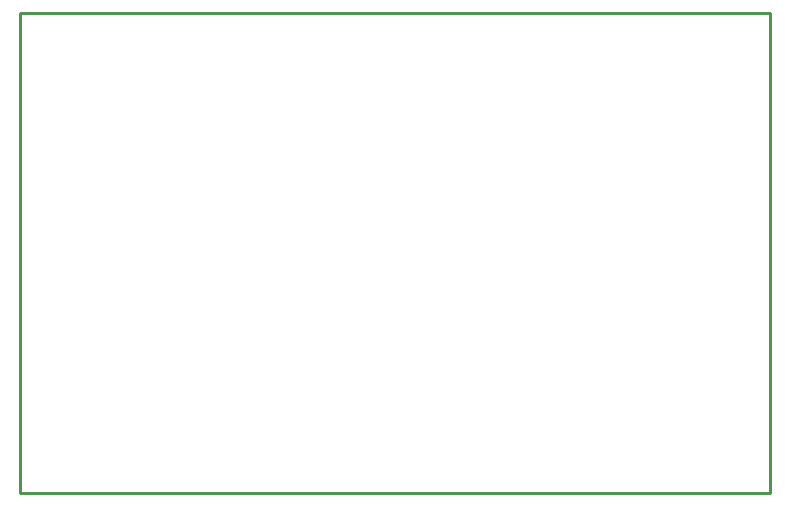
<source format=gbr>
G04 EAGLE Gerber X2 export*
%TF.Part,Single*%
%TF.FileFunction,Profile,NP*%
%TF.FilePolarity,Positive*%
%TF.GenerationSoftware,Autodesk,EAGLE,9.0.1*%
%TF.CreationDate,2018-06-07T21:36:32Z*%
G75*
%MOMM*%
%FSLAX34Y34*%
%LPD*%
%AMOC8*
5,1,8,0,0,1.08239X$1,22.5*%
G01*
%ADD10C,0.254000*%


D10*
X0Y0D02*
X635000Y0D01*
X635000Y406400D01*
X0Y406400D01*
X0Y0D01*
M02*

</source>
